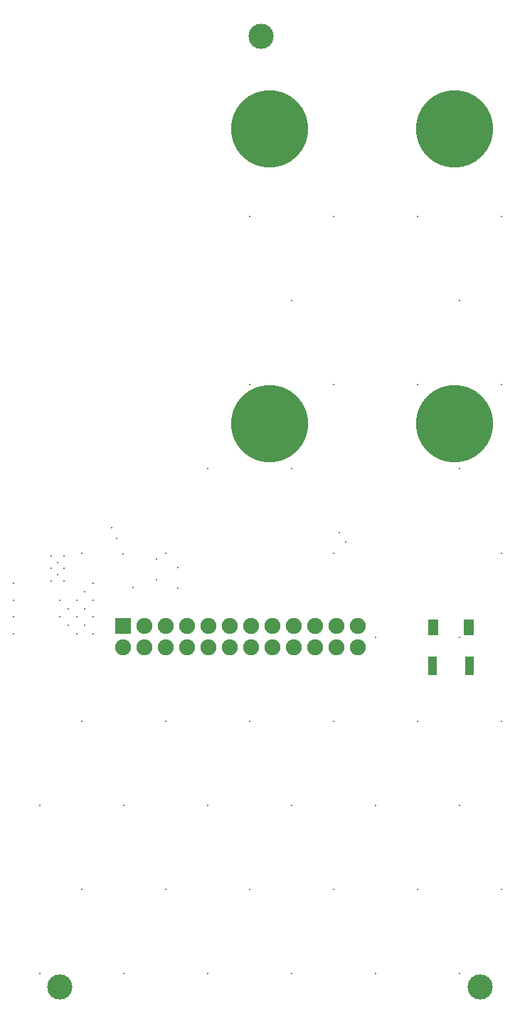
<source format=gbs>
G04 Layer_Color=16711935*
%FSLAX44Y44*%
%MOMM*%
G71*
G01*
G75*
%ADD39C,3.0000*%
%ADD41C,1.9032*%
%ADD42R,1.9032X1.9032*%
%ADD43C,0.3000*%
%ADD44R,1.0032X2.2032*%
%ADD45R,1.2032X1.9032*%
%ADD46C,9.2032*%
D39*
X290000Y1180000D02*
D03*
X550000Y50000D02*
D03*
X50000D02*
D03*
D41*
X277400Y453600D02*
D03*
Y479000D02*
D03*
X252000Y453600D02*
D03*
Y479000D02*
D03*
X226600D02*
D03*
X201200D02*
D03*
X175800D02*
D03*
X150400D02*
D03*
X125000Y453600D02*
D03*
X150400D02*
D03*
X175800D02*
D03*
X201200D02*
D03*
X226600D02*
D03*
X302800Y479000D02*
D03*
X328200D02*
D03*
X353600D02*
D03*
X302800Y453600D02*
D03*
X328200D02*
D03*
X353600D02*
D03*
X404400D02*
D03*
X379000D02*
D03*
X404400Y479000D02*
D03*
X379000D02*
D03*
D42*
X125000D02*
D03*
D43*
X165583Y559000D02*
D03*
Y534000D02*
D03*
X190583Y549000D02*
D03*
Y524000D02*
D03*
X47500Y540000D02*
D03*
Y555000D02*
D03*
X55000Y532500D02*
D03*
X40000D02*
D03*
Y547500D02*
D03*
X55000D02*
D03*
Y562500D02*
D03*
X40000D02*
D03*
X112000Y596000D02*
D03*
X118000Y583000D02*
D03*
X125000Y565000D02*
D03*
X383000Y589999D02*
D03*
X390000Y579000D02*
D03*
X137500Y525000D02*
D03*
X50000Y510000D02*
D03*
X70000D02*
D03*
X90000D02*
D03*
X60000Y500000D02*
D03*
X80000D02*
D03*
X90000Y490000D02*
D03*
X70000D02*
D03*
X50000D02*
D03*
X60000Y480000D02*
D03*
X80000D02*
D03*
X90000Y470000D02*
D03*
X70000D02*
D03*
X80000Y520000D02*
D03*
X90000Y530000D02*
D03*
X-5000Y510000D02*
D03*
Y490000D02*
D03*
Y470000D02*
D03*
Y530000D02*
D03*
X26000Y66000D02*
D03*
X76000Y166000D02*
D03*
X26000Y266000D02*
D03*
X76000Y366000D02*
D03*
Y566000D02*
D03*
X126000Y66000D02*
D03*
X176000Y166000D02*
D03*
X126000Y266000D02*
D03*
X176000Y366000D02*
D03*
Y566000D02*
D03*
X226000Y66000D02*
D03*
X276000Y166000D02*
D03*
X226000Y266000D02*
D03*
X276000Y366000D02*
D03*
X226000Y666000D02*
D03*
X276000Y766000D02*
D03*
Y966000D02*
D03*
X326000Y66000D02*
D03*
X376000Y166000D02*
D03*
X326000Y266000D02*
D03*
X376000Y366000D02*
D03*
Y566000D02*
D03*
X326000Y666000D02*
D03*
X376000Y766000D02*
D03*
X326000Y866000D02*
D03*
X376000Y966000D02*
D03*
X426000Y66000D02*
D03*
X476000Y166000D02*
D03*
X426000Y266000D02*
D03*
X476000Y366000D02*
D03*
X426000Y466000D02*
D03*
X476000Y766000D02*
D03*
Y966000D02*
D03*
X526000Y66000D02*
D03*
X576000Y166000D02*
D03*
X526000Y266000D02*
D03*
X576000Y366000D02*
D03*
X526000Y466000D02*
D03*
X576000Y566000D02*
D03*
X526000Y666000D02*
D03*
X576000Y766000D02*
D03*
X526000Y866000D02*
D03*
X576000Y966000D02*
D03*
D44*
X493583Y432250D02*
D03*
X537583D02*
D03*
D45*
X494583Y477750D02*
D03*
X536583D02*
D03*
D46*
X520000Y720000D02*
D03*
Y1070000D02*
D03*
X300000Y719999D02*
D03*
Y1070000D02*
D03*
M02*

</source>
